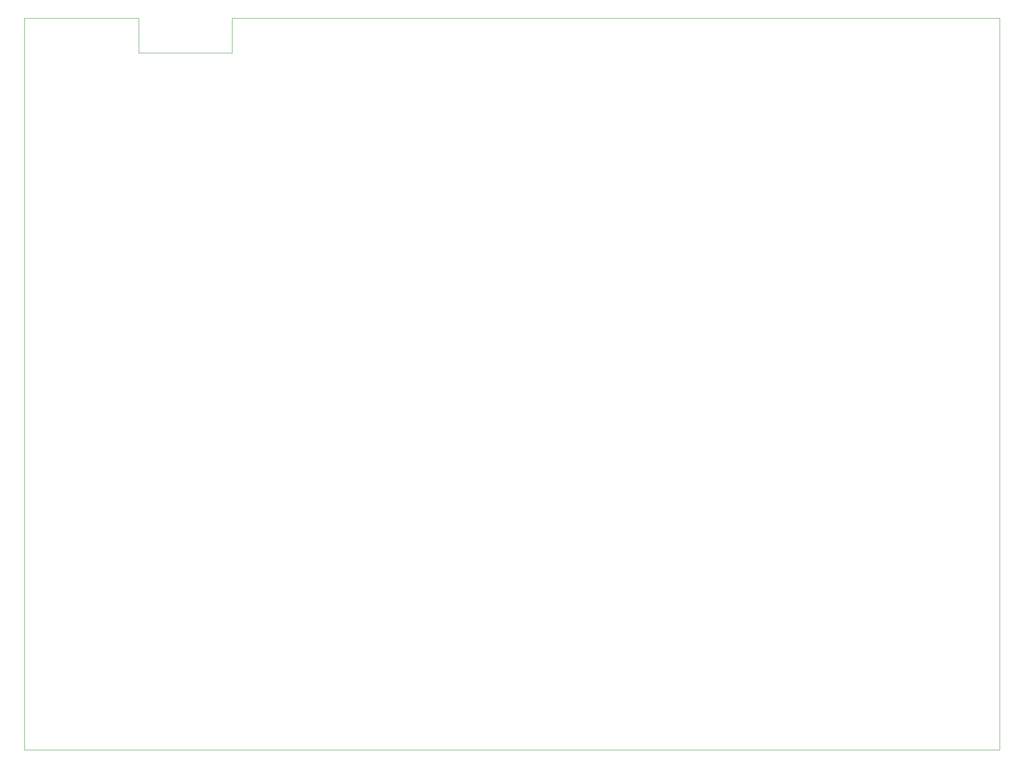
<source format=gbr>
G04*
G04 #@! TF.GenerationSoftware,Altium Limited,Altium Designer,22.4.2 (48)*
G04*
G04 Layer_Color=0*
%FSLAX25Y25*%
%MOIN*%
G70*
G04*
G04 #@! TF.SameCoordinates,B172E609-1CFC-4B23-86F5-1081F1DC675F*
G04*
G04*
G04 #@! TF.FilePolarity,Positive*
G04*
G01*
G75*
%ADD231C,0.00100*%
D231*
X92126Y590551D02*
Y562598D01*
X167717D01*
Y590551D01*
X787402D01*
Y0D01*
X0D01*
Y590551D01*
X92126D01*
M02*

</source>
